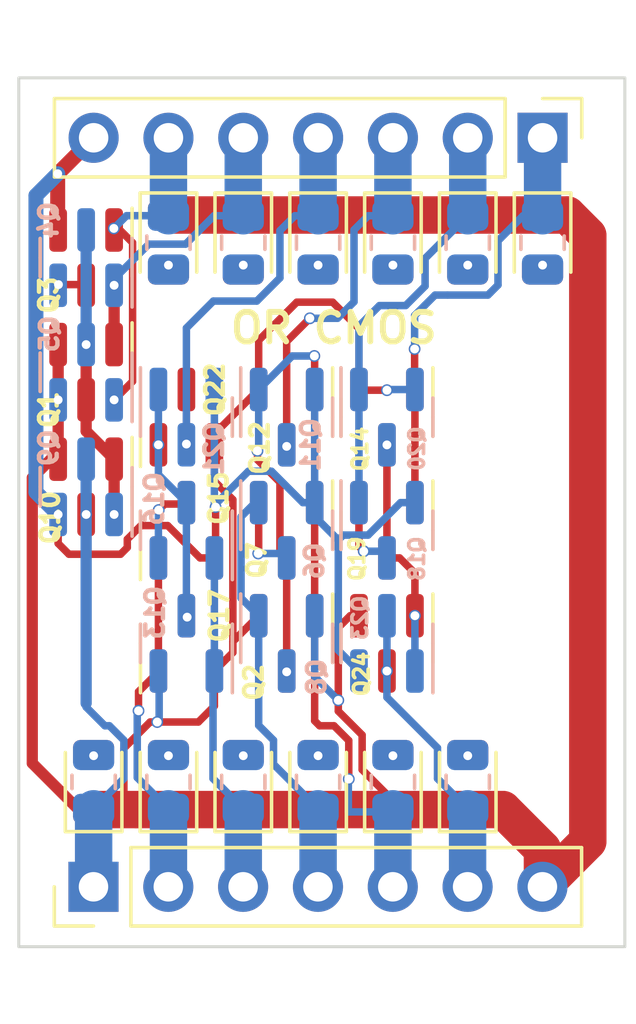
<source format=kicad_pcb>
(kicad_pcb (version 20211014) (generator pcbnew)
  (layers (0 "F.Cu" signal) (31 "B.Cu" signal) (34 "B.Paste" user) (35 "F.Paste" user) (36 "B.SilkS" user "B.Silkscreen") (37 "F.SilkS" user "F.Silkscreen") (38 "B.Mask" user) (39 "F.Mask" user) (44 "Edge.Cuts" user))
  (net 0 "")
  (net 1 "GND")
  (net 2 "Net-(D1-Pad2)")
  (net 3 "Net-(D2-Pad2)")
  (net 4 "Net-(D3-Pad2)")
  (net 5 "Net-(D4-Pad2)")
  (net 6 "Net-(D5-Pad2)")
  (net 7 "Net-(D6-Pad2)")
  (net 8 "Net-(D7-Pad2)")
  (net 9 "Net-(D8-Pad2)")
  (net 10 "Net-(D9-Pad2)")
  (net 11 "Net-(D10-Pad2)")
  (net 12 "Net-(D11-Pad2)")
  (net 13 "Net-(D12-Pad2)")
  (net 14 "B4")
  (net 15 "A4")
  (net 16 "Q3")
  (net 17 "Q2")
  (net 18 "B1")
  (net 19 "A1")
  (net 20 "+5V")
  (net 21 "Q1")
  (net 22 "A2")
  (net 23 "B2")
  (net 24 "A3")
  (net 25 "B3")
  (net 26 "Q4")
  (net 27 "Net-(Q1-Pad3)")
  (net 28 "Net-(Q11-Pad1)")
  (net 29 "Net-(Q3-Pad3)")
  (net 30 "Net-(Q6-Pad3)")
  (net 31 "Net-(Q13-Pad3)")
  (net 32 "Net-(Q14-Pad3)")
  (net 33 "Net-(Q15-Pad3)")
  (net 34 "Net-(Q18-Pad3)")
  (footprint "Package_TO_SOT_SMD:SOT-23" (layer "F.Cu") (at 88.646 118.364 -90)
    (fp_text reference "Q3" (at 1.27 1.27 90) (layer "F.SilkS") (effects (font (size 0.6 0.6))))
    (fp_text value "P-MOS" hide)
    (pad "1" smd roundrect (at -0.9375 -0.95 270) (size 1.475 0.6) (layers "F.Cu" "F.Paste" "F.Mask") (net 19 "A1"))
    (pad "2" smd roundrect (at -0.9375 0.95 270) (size 1.475 0.6) (layers "F.Cu" "F.Paste" "F.Mask") (net 20 "+5V"))
    (pad "3" smd roundrect (at 0.9375 0 270) (size 1.475 0.6) (layers "F.Cu" "F.Paste" "F.Mask") (net 29 "Net-(Q3-Pad3)"))
  )
  (footprint "Package_TO_SOT_SMD:SOT-23" (layer "F.Cu") (at 95.4532 123.7742 -90)
    (fp_text reference "Q12" (at 1.0414 0.9144 90) (layer "F.SilkS") (effects (font (size 0.6 0.6))))
    (fp_text value "N-MOS" hide)
    (pad "1" smd roundrect (at -0.9375 -0.95 270) (size 1.475 0.6) (layers "F.Cu" "F.Paste" "F.Mask") (net 28 "Net-(Q11-Pad1)"))
    (pad "2" smd roundrect (at -0.9375 0.95 270) (size 1.475 0.6) (layers "F.Cu" "F.Paste" "F.Mask") (net 1 "GND"))
    (pad "3" smd roundrect (at 0.9375 0 270) (size 1.475 0.6) (layers "F.Cu" "F.Paste" "F.Mask") (net 16 "Q3"))
  )
  (footprint "LED_SMD:LED_0805_2012Metric" (layer "F.Cu") (at 101.6 136.144 90)
    (fp_text reference "D7" hide)
    (fp_text value "LED" hide)
    (pad "1" smd roundrect (at -0.9375 0 90) (size 0.975 1.4) (layers "F.Cu" "F.Paste" "F.Mask") (net 1 "GND"))
    (pad "2" smd roundrect (at 0.9375 0 90) (size 0.975 1.4) (layers "F.Cu" "F.Paste" "F.Mask") (net 8 "Net-(D7-Pad2)"))
  )
  (footprint "Connector_PinHeader_2.54mm:PinHeader_1x07_P2.54mm_Vertical" (layer "F.Cu") (at 88.895 139.7 90)
    (fp_text reference "J2" hide)
    (fp_text value "Conn_01x07")
    (pad "1" thru_hole rect locked (at 0 0 90) (size 1.7 1.7) (drill 1) (layers *.Cu *.Mask) (net 21 "Q1"))
    (pad "2" thru_hole oval locked (at 0 2.54 90) (size 1.7 1.7) (drill 1) (layers *.Cu *.Mask) (net 22 "A2"))
    (pad "3" thru_hole oval locked (at 0 5.08 90) (size 1.7 1.7) (drill 1) (layers *.Cu *.Mask) (net 23 "B2"))
    (pad "4" thru_hole oval locked (at 0 7.62 90) (size 1.7 1.7) (drill 1) (layers *.Cu *.Mask) (net 24 "A3"))
    (pad "5" thru_hole oval locked (at 0 10.16 90) (size 1.7 1.7) (drill 1) (layers *.Cu *.Mask) (net 25 "B3"))
    (pad "6" thru_hole oval locked (at 0 12.7 90) (size 1.7 1.7) (drill 1) (layers *.Cu *.Mask) (net 26 "Q4"))
    (pad "7" thru_hole oval locked (at 0 15.24 90) (size 1.7 1.7) (drill 1) (layers *.Cu *.Mask) (net 1 "GND"))
  )
  (footprint "LED_SMD:LED_0805_2012Metric" (layer "F.Cu") (at 99.06 136.144 90)
    (fp_text reference "D8" hide)
    (fp_text value "LED" hide)
    (pad "1" smd roundrect (at -0.9375 0 90) (size 0.975 1.4) (layers "F.Cu" "F.Paste" "F.Mask") (net 1 "GND"))
    (pad "2" smd roundrect (at 0.9375 0 90) (size 0.975 1.4) (layers "F.Cu" "F.Paste" "F.Mask") (net 9 "Net-(D8-Pad2)"))
  )
  (footprint "LED_SMD:LED_0805_2012Metric" (layer "F.Cu") (at 93.98 136.144 90)
    (fp_text reference "D10" hide)
    (fp_text value "LED" hide)
    (pad "1" smd roundrect (at -0.9375 0 90) (size 0.975 1.4) (layers "F.Cu" "F.Paste" "F.Mask") (net 1 "GND"))
    (pad "2" smd roundrect (at 0.9375 0 90) (size 0.975 1.4) (layers "F.Cu" "F.Paste" "F.Mask") (net 11 "Net-(D10-Pad2)"))
  )
  (footprint "LED_SMD:LED_0805_2012Metric" (layer "F.Cu") (at 88.9 136.144 90)
    (fp_text reference "D12" hide)
    (fp_text value "LED" hide)
    (pad "1" smd roundrect (at -0.9375 0 90) (size 0.975 1.4) (layers "F.Cu" "F.Paste" "F.Mask") (net 1 "GND"))
    (pad "2" smd roundrect (at 0.9375 0 90) (size 0.975 1.4) (layers "F.Cu" "F.Paste" "F.Mask") (net 13 "Net-(D12-Pad2)"))
  )
  (footprint "LED_SMD:LED_0805_2012Metric" (layer "F.Cu") (at 104.14 117.856 -90)
    (fp_text reference "D6" hide)
    (fp_text value "LED")
    (pad "1" smd roundrect (at -0.9375 0 270) (size 0.975 1.4) (layers "F.Cu" "F.Paste" "F.Mask") (net 1 "GND"))
    (pad "2" smd roundrect (at 0.9375 0 270) (size 0.975 1.4) (layers "F.Cu" "F.Paste" "F.Mask") (net 7 "Net-(D6-Pad2)"))
  )
  (footprint "Package_TO_SOT_SMD:SOT-23" (layer "F.Cu") (at 88.646 126.1364 -90)
    (fp_text reference "Q10" (at 1.0414 1.2192 90) (layer "F.SilkS") (effects (font (size 0.6 0.6))))
    (fp_text value "N-MOS" hide)
    (pad "1" smd roundrect (at -0.9375 -0.95 270) (size 1.475 0.6) (layers "F.Cu" "F.Paste" "F.Mask") (net 27 "Net-(Q1-Pad3)"))
    (pad "2" smd roundrect (at -0.9375 0.95 270) (size 1.475 0.6) (layers "F.Cu" "F.Paste" "F.Mask") (net 1 "GND"))
    (pad "3" smd roundrect (at 0.9375 0 270) (size 1.475 0.6) (layers "F.Cu" "F.Paste" "F.Mask") (net 21 "Q1"))
  )
  (footprint "LED_SMD:LED_0805_2012Metric" (layer "F.Cu") (at 91.44 117.856 -90)
    (fp_text reference "D1" hide)
    (fp_text value "LED" hide)
    (pad "1" smd roundrect (at -0.9375 0 270) (size 0.975 1.4) (layers "F.Cu" "F.Paste" "F.Mask") (net 1 "GND"))
    (pad "2" smd roundrect (at 0.9375 0 270) (size 0.975 1.4) (layers "F.Cu" "F.Paste" "F.Mask") (net 2 "Net-(D1-Pad2)"))
  )
  (footprint "Package_TO_SOT_SMD:SOT-23" (layer "F.Cu") (at 92.0496 131.445 90)
    (fp_text reference "Q17" (at 0.9398 1.1176 90) (layer "F.SilkS") (effects (font (size 0.6 0.6))))
    (fp_text value "N-MOS" hide)
    (pad "1" smd roundrect (at -0.9375 -0.95 90) (size 1.475 0.6) (layers "F.Cu" "F.Paste" "F.Mask") (net 22 "A2"))
    (pad "2" smd roundrect (at -0.9375 0.95 90) (size 1.475 0.6) (layers "F.Cu" "F.Paste" "F.Mask") (net 1 "GND"))
    (pad "3" smd roundrect (at 0.9375 0 90) (size 1.475 0.6) (layers "F.Cu" "F.Paste" "F.Mask") (net 31 "Net-(Q13-Pad3)"))
  )
  (footprint "LED_SMD:LED_0805_2012Metric" (layer "F.Cu") (at 91.44 136.144 90)
    (fp_text reference "D11" hide)
    (fp_text value "LED" hide)
    (pad "1" smd roundrect (at -0.9375 0 90) (size 0.975 1.4) (layers "F.Cu" "F.Paste" "F.Mask") (net 1 "GND"))
    (pad "2" smd roundrect (at 0.9375 0 90) (size 0.975 1.4) (layers "F.Cu" "F.Paste" "F.Mask") (net 12 "Net-(D11-Pad2)"))
  )
  (footprint "Package_TO_SOT_SMD:SOT-23" (layer "F.Cu") (at 92.0496 123.7742 90)
    (fp_text reference "Q22" (at 0.9398 0.9652 90) (layer "F.SilkS") (effects (font (size 0.6 0.6))))
    (fp_text value "N-MOS" hide)
    (pad "1" smd roundrect (at -0.9375 -0.95 90) (size 1.475 0.6) (layers "F.Cu" "F.Paste" "F.Mask") (net 31 "Net-(Q13-Pad3)"))
    (pad "2" smd roundrect (at -0.9375 0.95 90) (size 1.475 0.6) (layers "F.Cu" "F.Paste" "F.Mask") (net 1 "GND"))
    (pad "3" smd roundrect (at 0.9375 0 90) (size 1.475 0.6) (layers "F.Cu" "F.Paste" "F.Mask") (net 17 "Q2"))
  )
  (footprint "LED_SMD:LED_0805_2012Metric" (layer "F.Cu") (at 101.6 117.856 -90)
    (fp_text reference "D5" hide)
    (fp_text value "LED")
    (pad "1" smd roundrect (at -0.9375 0 270) (size 0.975 1.4) (layers "F.Cu" "F.Paste" "F.Mask") (net 1 "GND"))
    (pad "2" smd roundrect (at 0.9375 0 270) (size 0.975 1.4) (layers "F.Cu" "F.Paste" "F.Mask") (net 6 "Net-(D5-Pad2)"))
  )
  (footprint "Package_TO_SOT_SMD:SOT-23" (layer "F.Cu") (at 88.646 122.2502 -90)
    (fp_text reference "Q1" (at 1.27 1.27 90) (layer "F.SilkS") (effects (font (size 0.6 0.6))))
    (fp_text value "N-MOS" hide)
    (pad "1" smd roundrect (at -0.9375 -0.95 270) (size 1.475 0.6) (layers "F.Cu" "F.Paste" "F.Mask") (net 18 "B1"))
    (pad "2" smd roundrect (at -0.9375 0.95 270) (size 1.475 0.6) (layers "F.Cu" "F.Paste" "F.Mask") (net 1 "GND"))
    (pad "3" smd roundrect (at 0.9375 0 270) (size 1.475 0.6) (layers "F.Cu" "F.Paste" "F.Mask") (net 27 "Net-(Q1-Pad3)"))
  )
  (footprint "Connector_PinHeader_2.54mm:PinHeader_1x07_P2.54mm_Vertical" (layer "F.Cu") (at 104.14 114.3 -90)
    (fp_text reference "J1" hide)
    (fp_text value "Conn_01x07")
    (pad "1" thru_hole rect locked (at 0 0 270) (size 1.7 1.7) (drill 1) (layers *.Cu *.Mask) (net 14 "B4"))
    (pad "2" thru_hole oval locked (at 0 2.54 270) (size 1.7 1.7) (drill 1) (layers *.Cu *.Mask) (net 15 "A4"))
    (pad "3" thru_hole oval locked (at 0 5.08 270) (size 1.7 1.7) (drill 1) (layers *.Cu *.Mask) (net 16 "Q3"))
    (pad "4" thru_hole oval locked (at 0 7.62 270) (size 1.7 1.7) (drill 1) (layers *.Cu *.Mask) (net 17 "Q2"))
    (pad "5" thru_hole oval locked (at 0 10.16 270) (size 1.7 1.7) (drill 1) (layers *.Cu *.Mask) (net 18 "B1"))
    (pad "6" thru_hole oval locked (at 0 12.7 270) (size 1.7 1.7) (drill 1) (layers *.Cu *.Mask) (net 19 "A1"))
    (pad "7" thru_hole oval locked (at 0 15.24 270) (size 1.7 1.7) (drill 1) (layers *.Cu *.Mask) (net 20 "+5V"))
  )
  (footprint "Package_TO_SOT_SMD:SOT-23" (layer "F.Cu") (at 95.4532 127.6096 -90)
    (fp_text reference "Q7" (at 1.016 1.016 90) (layer "F.SilkS") (effects (font (size 0.6 0.6))))
    (fp_text value "P-MOS" hide)
    (pad "1" smd roundrect (at -0.9375 -0.95 270) (size 1.475 0.6) (layers "F.Cu" "F.Paste" "F.Mask") (net 25 "B3"))
    (pad "2" smd roundrect (at -0.9375 0.95 270) (size 1.475 0.6) (layers "F.Cu" "F.Paste" "F.Mask") (net 30 "Net-(Q6-Pad3)"))
    (pad "3" smd roundrect (at 0.9375 0 270) (size 1.475 0.6) (layers "F.Cu" "F.Paste" "F.Mask") (net 28 "Net-(Q11-Pad1)"))
  )
  (footprint "Package_TO_SOT_SMD:SOT-23" (layer "F.Cu") (at 98.8568 127.6096 -90)
    (fp_text reference "Q19" (at 0.9652 1.016 90) (layer "F.SilkS") (effects (font (size 0.5 0.5) (thickness 0.125))))
    (fp_text value "P-MOS" hide)
    (pad "1" smd roundrect (at -0.9375 -0.95 270) (size 1.475 0.6) (layers "F.Cu" "F.Paste" "F.Mask") (net 14 "B4"))
    (pad "2" smd roundrect (at -0.9375 0.95 270) (size 1.475 0.6) (layers "F.Cu" "F.Paste" "F.Mask") (net 34 "Net-(Q18-Pad3)"))
    (pad "3" smd roundrect (at 0.9375 0 270) (size 1.475 0.6) (layers "F.Cu" "F.Paste" "F.Mask") (net 32 "Net-(Q14-Pad3)"))
  )
  (footprint "LED_SMD:LED_0805_2012Metric" (layer "F.Cu") (at 93.98 117.856 -90)
    (fp_text reference "D2" hide)
    (fp_text value "LED" hide)
    (pad "1" smd roundrect (at -0.9375 0 270) (size 0.975 1.4) (layers "F.Cu" "F.Paste" "F.Mask") (net 1 "GND"))
    (pad "2" smd roundrect (at 0.9375 0 270) (size 0.975 1.4) (layers "F.Cu" "F.Paste" "F.Mask") (net 3 "Net-(D2-Pad2)"))
  )
  (footprint "Package_TO_SOT_SMD:SOT-23" (layer "F.Cu") (at 98.8568 123.7742 -90)
    (fp_text reference "Q14" (at 1.0803 0.9126 90) (layer "F.SilkS") (effects (font (size 0.5 0.5) (thickness 0.125))))
    (fp_text value "N-MOS" hide)
    (pad "1" smd roundrect (at -0.9375 -0.95 270) (size 1.475 0.6) (layers "F.Cu" "F.Paste" "F.Mask") (net 14 "B4"))
    (pad "2" smd roundrect (at -0.9375 0.95 270) (size 1.475 0.6) (layers "F.Cu" "F.Paste" "F.Mask") (net 1 "GND"))
    (pad "3" smd roundrect (at 0.9375 0 270) (size 1.475 0.6) (layers "F.Cu" "F.Paste" "F.Mask") (net 32 "Net-(Q14-Pad3)"))
  )
  (footprint "LED_SMD:LED_0805_2012Metric" (layer "F.Cu") (at 96.52 117.856 -90)
    (fp_text reference "D3" hide)
    (fp_text value "LED" hide)
    (pad "1" smd roundrect (at -0.9375 0 270) (size 0.975 1.4) (layers "F.Cu" "F.Paste" "F.Mask") (net 1 "GND"))
    (pad "2" smd roundrect (at 0.9375 0 270) (size 0.975 1.4) (layers "F.Cu" "F.Paste" "F.Mask") (net 4 "Net-(D3-Pad2)"))
  )
  (footprint "Package_TO_SOT_SMD:SOT-23" (layer "F.Cu") (at 92.0496 127.6096 90)
    (fp_text reference "Q15" (at 1.0922 1.0922 90) (layer "F.SilkS") (effects (font (size 0.6 0.6))))
    (fp_text value "P-MOS" hide)
    (pad "1" smd roundrect (at -0.9375 -0.95 90) (size 1.475 0.6) (layers "F.Cu" "F.Paste" "F.Mask") (net 22 "A2"))
    (pad "2" smd roundrect (at -0.9375 0.95 90) (size 1.475 0.6) (layers "F.Cu" "F.Paste" "F.Mask") (net 20 "+5V"))
    (pad "3" smd roundrect (at 0.9375 0 90) (size 1.475 0.6) (layers "F.Cu" "F.Paste" "F.Mask") (net 33 "Net-(Q15-Pad3)"))
  )
  (footprint "Package_TO_SOT_SMD:SOT-23" (layer "F.Cu") (at 95.4532 131.445 -90)
    (fp_text reference "Q2" (at 1.3208 1.1176 90) (layer "F.SilkS") (effects (font (size 0.6 0.6))))
    (fp_text value "N-MOS" hide)
    (pad "1" smd roundrect (at -0.9375 -0.95 270) (size 1.475 0.6) (layers "F.Cu" "F.Paste" "F.Mask") (net 25 "B3"))
    (pad "2" smd roundrect (at -0.9375 0.95 270) (size 1.475 0.6) (layers "F.Cu" "F.Paste" "F.Mask") (net 1 "GND"))
    (pad "3" smd roundrect (at 0.9375 0 270) (size 1.475 0.6) (layers "F.Cu" "F.Paste" "F.Mask") (net 28 "Net-(Q11-Pad1)"))
  )
  (footprint "LED_SMD:LED_0805_2012Metric" (layer "F.Cu") (at 96.52 136.144 90)
    (fp_text reference "D9" hide)
    (fp_text value "LED" hide)
    (pad "1" smd roundrect (at -0.9375 0 90) (size 0.975 1.4) (layers "F.Cu" "F.Paste" "F.Mask") (net 1 "GND"))
    (pad "2" smd roundrect (at 0.9375 0 90) (size 0.975 1.4) (layers "F.Cu" "F.Paste" "F.Mask") (net 10 "Net-(D9-Pad2)"))
  )
  (footprint "LED_SMD:LED_0805_2012Metric" (layer "F.Cu") (at 99.06 117.856 -90)
    (fp_text reference "D4" hide)
    (fp_text value "LED")
    (pad "1" smd roundrect (at -0.9375 0 270) (size 0.975 1.4) (layers "F.Cu" "F.Paste" "F.Mask") (net 1 "GND"))
    (pad "2" smd roundrect (at 0.9375 0 270) (size 0.975 1.4) (layers "F.Cu" "F.Paste" "F.Mask") (net 5 "Net-(D4-Pad2)"))
  )
  (footprint "Package_TO_SOT_SMD:SOT-23" (layer "F.Cu") (at 98.8568 131.445 -90)
    (fp_text reference "Q24" (at 1.0414 0.8636 90) (layer "F.SilkS") (effects (font (size 0.5 0.5) (thickness 0.125))))
    (fp_text value "N-MOS" hide)
    (pad "1" smd roundrect (at -0.9375 -0.95 270) (size 1.475 0.6) (layers "F.Cu" "F.Paste" "F.Mask") (net 32 "Net-(Q14-Pad3)"))
    (pad "2" smd roundrect (at -0.9375 0.95 270) (size 1.475 0.6) (layers "F.Cu" "F.Paste" "F.Mask") (net 1 "GND"))
    (pad "3" smd roundrect (at 0.9375 0 270) (size 1.475 0.6) (layers "F.Cu" "F.Paste" "F.Mask") (net 26 "Q4"))
  )
  (footprint "Resistor_SMD:R_0805_2012Metric" (layer "B.Cu") (at 104.14 117.856 -90)
    (fp_text reference "R6" hide)
    (fp_text value "R" hide)
    (pad "1" smd roundrect (at -0.9125 0 270) (size 1.025 1.4) (layers "B.Cu" "B.Paste" "B.Mask") (roundrect_rratio 0.243902) (net 14 "B4"))
    (pad "2" smd roundrect (at 0.9125 0 270) (size 1.025 1.4) (layers "B.Cu" "B.Paste" "B.Mask") (roundrect_rratio 0.243902) (net 7 "Net-(D6-Pad2)"))
  )
  (footprint "Package_TO_SOT_SMD:SOT-23" (layer "B.Cu") (at 92.0496 131.445 90)
    (fp_text reference "Q13" (at 1.0414 -1.0668 90) (layer "B.SilkS") (effects (font (size 0.6 0.6)) (justify mirror)))
    (fp_text value "N-MOS" hide)
    (pad "1" smd roundrect (at -0.9375 0.95 90) (size 1.475 0.6) (layers "B.Cu" "B.Paste" "B.Mask") (net 23 "B2"))
    (pad "2" smd roundrect (at -0.9375 -0.95 90) (size 1.475 0.6) (layers "B.Cu" "B.Paste" "B.Mask") (net 1 "GND"))
    (pad "3" smd roundrect (at 0.9375 0 90) (size 1.475 0.6) (layers "B.Cu" "B.Paste" "B.Mask") (net 31 "Net-(Q13-Pad3)"))
  )
  (footprint "Resistor_SMD:R_0805_2012Metric" (layer "B.Cu") (at 91.44 136.144 90)
    (fp_text reference "R11" hide)
    (fp_text value "R" hide)
    (pad "1" smd roundrect (at -0.9125 0 90) (size 1.025 1.4) (layers "B.Cu" "B.Paste" "B.Mask") (roundrect_rratio 0.243902) (net 22 "A2"))
    (pad "2" smd roundrect (at 0.9125 0 90) (size 1.025 1.4) (layers "B.Cu" "B.Paste" "B.Mask") (roundrect_rratio 0.243902) (net 12 "Net-(D11-Pad2)"))
  )
  (footprint "Package_TO_SOT_SMD:SOT-23" (layer "B.Cu") (at 98.8568 127.6096 -90)
    (fp_text reference "Q18" (at 0.9652 -1.016 90) (layer "B.SilkS") (effects (font (size 0.5 0.5) (thickness 0.125)) (justify mirror)))
    (fp_text value "P-MOS" hide)
    (pad "1" smd roundrect (at -0.9375 0.95 270) (size 1.475 0.6) (layers "B.Cu" "B.Paste" "B.Mask") (net 15 "A4"))
    (pad "2" smd roundrect (at -0.9375 -0.95 270) (size 1.475 0.6) (layers "B.Cu" "B.Paste" "B.Mask") (net 20 "+5V"))
    (pad "3" smd roundrect (at 0.9375 0 270) (size 1.475 0.6) (layers "B.Cu" "B.Paste" "B.Mask") (net 34 "Net-(Q18-Pad3)"))
  )
  (footprint "Resistor_SMD:R_0805_2012Metric" (layer "B.Cu") (at 93.98 136.144 90)
    (fp_text reference "R10" hide)
    (fp_text value "R" hide)
    (pad "1" smd roundrect (at -0.9125 0 90) (size 1.025 1.4) (layers "B.Cu" "B.Paste" "B.Mask") (roundrect_rratio 0.243902) (net 23 "B2"))
    (pad "2" smd roundrect (at 0.9125 0 90) (size 1.025 1.4) (layers "B.Cu" "B.Paste" "B.Mask") (roundrect_rratio 0.243902) (net 11 "Net-(D10-Pad2)"))
  )
  (footprint "Package_TO_SOT_SMD:SOT-23" (layer "B.Cu") (at 92.0496 123.7719 -90)
    (fp_text reference "Q21" (at 1.0668 -0.9398 90) (layer "B.SilkS") (effects (font (size 0.6 0.6)) (justify mirror)))
    (fp_text value "P-MOS" hide)
    (pad "1" smd roundrect (at -0.9375 0.95 270) (size 1.475 0.6) (layers "B.Cu" "B.Paste" "B.Mask") (net 31 "Net-(Q13-Pad3)"))
    (pad "2" smd roundrect (at -0.9375 -0.95 270) (size 1.475 0.6) (layers "B.Cu" "B.Paste" "B.Mask") (net 20 "+5V"))
    (pad "3" smd roundrect (at 0.9375 0 270) (size 1.475 0.6) (layers "B.Cu" "B.Paste" "B.Mask") (net 17 "Q2"))
  )
  (footprint "Resistor_SMD:R_0805_2012Metric" (layer "B.Cu") (at 91.44 117.856 -90)
    (fp_text reference "R1" hide)
    (fp_text value "R" hide)
    (pad "1" smd roundrect (at -0.9125 0 270) (size 1.025 1.4) (layers "B.Cu" "B.Paste" "B.Mask") (roundrect_rratio 0.243902) (net 19 "A1"))
    (pad "2" smd roundrect (at 0.9125 0 270) (size 1.025 1.4) (layers "B.Cu" "B.Paste" "B.Mask") (roundrect_rratio 0.243902) (net 2 "Net-(D1-Pad2)"))
  )
  (footprint "Resistor_SMD:R_0805_2012Metric" (layer "B.Cu") (at 96.52 136.144 90)
    (fp_text reference "R9" hide)
    (fp_text value "R" hide)
    (pad "1" smd roundrect (at -0.9125 0 90) (size 1.025 1.4) (layers "B.Cu" "B.Paste" "B.Mask") (roundrect_rratio 0.243902) (net 24 "A3"))
    (pad "2" smd roundrect (at 0.9125 0 90) (size 1.025 1.4) (layers "B.Cu" "B.Paste" "B.Mask") (roundrect_rratio 0.243902) (net 10 "Net-(D9-Pad2)"))
  )
  (footprint "Package_TO_SOT_SMD:SOT-23" (layer "B.Cu") (at 98.8568 131.445 90)
    (fp_text reference "Q23" (at 0.8636 -0.9144 90) (layer "B.SilkS") (effects (font (size 0.5 0.5) (thickness 0.125)) (justify mirror)))
    (fp_text value "P-MOS" hide)
    (pad "1" smd roundrect (at -0.9375 0.95 90) (size 1.475 0.6) (layers "B.Cu" "B.Paste" "B.Mask") (net 32 "Net-(Q14-Pad3)"))
    (pad "2" smd roundrect (at -0.9375 -0.95 90) (size 1.475 0.6) (layers "B.Cu" "B.Paste" "B.Mask") (net 20 "+5V"))
    (pad "3" smd roundrect (at 0.9375 0 90) (size 1.475 0.6) (layers "B.Cu" "B.Paste" "B.Mask") (net 26 "Q4"))
  )
  (footprint "Resistor_SMD:R_0805_2012Metric" (layer "B.Cu") (at 96.52 117.856 -90)
    (fp_text reference "R3" hide)
    (fp_text value "R" hide)
    (pad "1" smd roundrect (at -0.9125 0 270) (size 1.025 1.4) (layers "B.Cu" "B.Paste" "B.Mask") (roundrect_rratio 0.243902) (net 17 "Q2"))
    (pad "2" smd roundrect (at 0.9125 0 270) (size 1.025 1.4) (layers "B.Cu" "B.Paste" "B.Mask") (roundrect_rratio 0.243902) (net 4 "Net-(D3-Pad2)"))
  )
  (footprint "Package_TO_SOT_SMD:SOT-23" (layer "B.Cu") (at 95.4532 123.7742 -90)
    (fp_text reference "Q11" (at 0.9398 -0.8128 90) (layer "B.SilkS") (effects (font (size 0.6 0.6)) (justify mirror)))
    (fp_text value "P-MOS" hide)
    (pad "1" smd roundrect (at -0.9375 0.95 270) (size 1.475 0.6) (layers "B.Cu" "B.Paste" "B.Mask") (net 28 "Net-(Q11-Pad1)"))
    (pad "2" smd roundrect (at -0.9375 -0.95 270) (size 1.475 0.6) (layers "B.Cu" "B.Paste" "B.Mask") (net 20 "+5V"))
    (pad "3" smd roundrect (at 0.9375 0 270) (size 1.475 0.6) (layers "B.Cu" "B.Paste" "B.Mask") (net 16 "Q3"))
  )
  (footprint "Resistor_SMD:R_0805_2012Metric" (layer "B.Cu") (at 93.98 117.856 -90)
    (fp_text reference "R2" hide)
    (fp_text value "R" hide)
    (pad "1" smd roundrect (at -0.9125 0 270) (size 1.025 1.4) (layers "B.Cu" "B.Paste" "B.Mask") (roundrect_rratio 0.243902) (net 18 "B1"))
    (pad "2" smd roundrect (at 0.9125 0 270) (size 1.025 1.4) (layers "B.Cu" "B.Paste" "B.Mask") (roundrect_rratio 0.243902) (net 3 "Net-(D2-Pad2)"))
  )
  (footprint "Package_TO_SOT_SMD:SOT-23" (layer "B.Cu") (at 92.0496 127.6096 90)
    (fp_text reference "Q16" (at 1.0668 -1.0922 90) (layer "B.SilkS") (effects (font (size 0.6 0.6)) (justify mirror)))
    (fp_text value "P-MOS" hide)
    (pad "1" smd roundrect (at -0.9375 0.95 90) (size 1.475 0.6) (layers "B.Cu" "B.Paste" "B.Mask") (net 23 "B2"))
    (pad "2" smd roundrect (at -0.9375 -0.95 90) (size 1.475 0.6) (layers "B.Cu" "B.Paste" "B.Mask") (net 33 "Net-(Q15-Pad3)"))
    (pad "3" smd roundrect (at 0.9375 0 90) (size 1.475 0.6) (layers "B.Cu" "B.Paste" "B.Mask") (net 31 "Net-(Q13-Pad3)"))
  )
  (footprint "Package_TO_SOT_SMD:SOT-23" (layer "B.Cu") (at 88.646 126.1364 90)
    (fp_text reference "Q9" (at 1.3208 -1.27 90) (layer "B.SilkS") (effects (font (size 0.6 0.6)) (justify mirror)))
    (fp_text value "P-MOS" hide)
    (pad "1" smd roundrect (at -0.9375 0.95 90) (size 1.475 0.6) (layers "B.Cu" "B.Paste" "B.Mask") (net 27 "Net-(Q1-Pad3)"))
    (pad "2" smd roundrect (at -0.9375 -0.95 90) (size 1.475 0.6) (layers "B.Cu" "B.Paste" "B.Mask") (net 20 "+5V"))
    (pad "3" smd roundrect (at 0.9375 0 90) (size 1.475 0.6) (layers "B.Cu" "B.Paste" "B.Mask") (net 21 "Q1"))
  )
  (footprint "Package_TO_SOT_SMD:SOT-23" (layer "B.Cu") (at 88.646 118.364 90)
    (fp_text reference "Q4" (at 1.27 -1.27 90) (layer "B.SilkS") (effects (font (size 0.6 0.6)) (justify mirror)))
    (fp_text value "P-MOS" hide)
    (pad "1" smd roundrect (at -0.9375 0.95 90) (size 1.475 0.6) (layers "B.Cu" "B.Paste" "B.Mask") (net 18 "B1"))
    (pad "2" smd roundrect (at -0.9375 -0.95 90) (size 1.475 0.6) (layers "B.Cu" "B.Paste" "B.Mask") (net 29 "Net-(Q3-Pad3)"))
    (pad "3" smd roundrect (at 0.9375 0 90) (size 1.475 0.6) (layers "B.Cu" "B.Paste" "B.Mask") (net 27 "Net-(Q1-Pad3)"))
  )
  (footprint "Resistor_SMD:R_0805_2012Metric" (layer "B.Cu") (at 99.06 136.144 90)
    (fp_text reference "R8" hide)
    (fp_text value "R" hide)
    (pad "1" smd roundrect (at -0.9125 0 90) (size 1.025 1.4) (layers "B.Cu" "B.Paste" "B.Mask") (roundrect_rratio 0.243902) (net 25 "B3"))
    (pad "2" smd roundrect (at 0.9125 0 90) (size 1.025 1.4) (layers "B.Cu" "B.Paste" "B.Mask") (roundrect_rratio 0.243902) (net 9 "Net-(D8-Pad2)"))
  )
  (footprint "Resistor_SMD:R_0805_2012Metric" (layer "B.Cu") (at 101.6 117.856 -90)
    (fp_text reference "R5" hide)
    (fp_text value "R" hide)
    (pad "1" smd roundrect (at -0.9125 0 270) (size 1.025 1.4) (layers "B.Cu" "B.Paste" "B.Mask") (roundrect_rratio 0.243902) (net 15 "A4"))
    (pad "2" smd roundrect (at 0.9125 0 270) (size 1.025 1.4) (layers "B.Cu" "B.Paste" "B.Mask") (roundrect_rratio 0.243902) (net 6 "Net-(D5-Pad2)"))
  )
  (footprint "Package_TO_SOT_SMD:SOT-23" (layer "B.Cu") (at 98.8568 123.7742 -90)
    (fp_text reference "Q20" (at 1.0668 -1.016 90) (layer "B.SilkS") (effects (font (size 0.5 0.5) (thickness 0.125)) (justify mirror)))
    (fp_text value "N-MOS" hide)
    (pad "1" smd roundrect (at -0.9375 0.95 270) (size 1.475 0.6) (layers "B.Cu" "B.Paste" "B.Mask") (net 15 "A4"))
    (pad "2" smd roundrect (at -0.9375 -0.95 270) (size 1.475 0.6) (layers "B.Cu" "B.Paste" "B.Mask") (net 1 "GND"))
    (pad "3" smd roundrect (at 0.9375 0 270) (size 1.475 0.6) (layers "B.Cu" "B.Paste" "B.Mask") (net 32 "Net-(Q14-Pad3)"))
  )
  (footprint "Resistor_SMD:R_0805_2012Metric" (layer "B.Cu") (at 99.06 117.856 -90)
    (fp_text reference "R4" hide)
    (fp_text value "R" hide)
    (pad "1" smd roundrect (at -0.9125 0 270) (size 1.025 1.4) (layers "B.Cu" "B.Paste" "B.Mask") (roundrect_rratio 0.243902) (net 16 "Q3"))
    (pad "2" smd roundrect (at 0.9125 0 270) (size 1.025 1.4) (layers "B.Cu" "B.Paste" "B.Mask") (roundrect_rratio 0.243902) (net 5 "Net-(D4-Pad2)"))
  )
  (footprint "Package_TO_SOT_SMD:SOT-23" (layer "B.Cu") (at 95.4532 127.6096 -90)
    (fp_text reference "Q6" (at 1.0414 -0.9398 90) (layer "B.SilkS") (effects (font (size 0.6 0.6)) (justify mirror)))
    (fp_text value "P-MOS" hide)
    (pad "1" smd roundrect (at -0.9375 0.95 270) (size 1.475 0.6) (layers "B.Cu" "B.Paste" "B.Mask") (net 24 "A3"))
    (pad "2" smd roundrect (at -0.9375 -0.95 270) (size 1.475 0.6) (layers "B.Cu" "B.Paste" "B.Mask") (net 20 "+5V"))
    (pad "3" smd roundrect (at 0.9375 0 270) (size 1.475 0.6) (layers "B.Cu" "B.Paste" "B.Mask") (net 30 "Net-(Q6-Pad3)"))
  )
  (footprint "Package_TO_SOT_SMD:SOT-23" (layer "B.Cu") (at 88.646 122.2502 90)
    (fp_text reference "Q5" (at 1.2954 -1.2446 90) (layer "B.SilkS") (effects (font (size 0.6 0.6)) (justify mirror)))
    (fp_text value "N-MOS" hide)
    (pad "1" smd roundrect (at -0.9375 0.95 90) (size 1.475 0.6) (layers "B.Cu" "B.Paste" "B.Mask") (net 19 "A1"))
    (pad "2" smd roundrect (at -0.9375 -0.95 90) (size 1.475 0.6) (layers "B.Cu" "B.Paste" "B.Mask") (net 1 "GND"))
    (pad "3" smd roundrect (at 0.9375 0 90) (size 1.475 0.6) (layers "B.Cu" "B.Paste" "B.Mask") (net 27 "Net-(Q1-Pad3)"))
  )
  (footprint "Package_TO_SOT_SMD:SOT-23" (layer "B.Cu") (at 95.4532 131.445 -90)
    (fp_text reference "Q8" (at 1.143 -1.016 90) (layer "B.SilkS") (effects (font (size 0.6 0.6)) (justify mirror)))
    (fp_text value "N-MOS" hide)
    (pad "1" smd roundrect (at -0.9375 0.95 270) (size 1.475 0.6) (layers "B.Cu" "B.Paste" "B.Mask") (net 24 "A3"))
    (pad "2" smd roundrect (at -0.9375 -0.95 270) (size 1.475 0.6) (layers "B.Cu" "B.Paste" "B.Mask") (net 1 "GND"))
    (pad "3" smd roundrect (at 0.9375 0 270) (size 1.475 0.6) (layers "B.Cu" "B.Paste" "B.Mask") (net 28 "Net-(Q11-Pad1)"))
  )
  (footprint "Resistor_SMD:R_0805_2012Metric" (layer "B.Cu") (at 101.6 136.144 90)
    (fp_text reference "R7" hide)
    (fp_text value "R" hide)
    (pad "1" smd roundrect (at -0.9125 0 90) (size 1.025 1.4) (layers "B.Cu" "B.Paste" "B.Mask") (roundrect_rratio 0.243902) (net 26 "Q4"))
    (pad "2" smd roundrect (at 0.9125 0 90) (size 1.025 1.4) (layers "B.Cu" "B.Paste" "B.Mask") (roundrect_rratio 0.243902) (net 8 "Net-(D7-Pad2)"))
  )
  (footprint "Resistor_SMD:R_0805_2012Metric" (layer "B.Cu") (at 88.9 136.144 90)
    (fp_text reference "R12" hide)
    (fp_text value "R" hide)
    (pad "1" smd roundrect (at -0.9125 0 90) (size 1.025 1.4) (layers "B.Cu" "B.Paste" "B.Mask") (roundrect_rratio 0.243902) (net 21 "Q1"))
    (pad "2" smd roundrect (at 0.9125 0 90) (size 1.025 1.4) (layers "B.Cu" "B.Paste" "B.Mask") (roundrect_rratio 0.243902) (net 13 "Net-(D12-Pad2)"))
  )
  (gr_rect (start 86.36 112.268) (end 106.934 141.732) (layer "Edge.Cuts") (width 0.1) (fill none))
  (gr_text "OR CMOS\n" (at 97.0534 120.7516) (layer "F.SilkS") (effects (font (size 1 1) (thickness 0.2))))
  (segment (start 92.9996 124.7117) (end 92.9996 125.9434) (width 0.254) (layer "F.Cu") (net 1))
  (segment (start 93.6266 126.5704) (end 93.6266 131.7555) (width 0.254) (layer "F.Cu") (net 1))
  (segment (start 92.9996 125.9434) (end 93.6266 126.5704) (width 0.254) (layer "F.Cu") (net 1))
  (segment (start 97.9299 122.8598) (end 97.9068 122.8367) (width 0.254) (layer "F.Cu") (net 1))
  (segment (start 97.6099 130.5075) (end 97.2058 130.9116) (width 0.254) (layer "F.Cu") (net 1))
  (segment (start 94.5032 122.8367) (end 94.5032 121.1682) (width 0.254) (layer "F.Cu") (net 1))
  (segment (start 104.14 116.9185) (end 104.9805 116.9185) (width 1.27) (layer "F.Cu") (net 1))
  (segment (start 92.456 134.112) (end 92.9996 133.5684) (width 0.254) (layer "F.Cu") (net 1))
  (segment (start 102.7915 137.0815) (end 104.135 138.425) (width 1.27) (layer "F.Cu") (net 1))
  (segment (start 98.0154 134.552686) (end 98.0154 135.727425) (width 0.254) (layer "F.Cu") (net 1))
  (segment (start 93.6266 131.7555) (end 93.6266 131.3841) (width 0.254) (layer "F.Cu") (net 1))
  (segment (start 88.9 137.0815) (end 90.3455 137.0815) (width 1.27) (layer "F.Cu") (net 1))
  (segment (start 92.9996 133.5684) (end 92.9996 132.3825) (width 0.254) (layer "F.Cu") (net 1))
  (segment (start 92.9996 124.3403) (end 94.5032 122.8367) (width 0.254) (layer "F.Cu") (net 1))
  (segment (start 87.696 125.1989) (end 87.4499 125.1989) (width 0.381) (layer "F.Cu") (net 1))
  (segment (start 87.4499 125.1989) (end 86.8172 125.8316) (width 0.381) (layer "F.Cu") (net 1))
  (segment (start 89.927 135.001575) (end 89.927 136.663) (width 0.254) (layer "F.Cu") (net 1))
  (segment (start 95.797 119.8744) (end 97.0144 119.8744) (width 0.254) (layer "F.Cu") (net 1))
  (segment (start 92.9996 124.7117) (end 92.9996 124.3403) (width 0.254) (layer "F.Cu") (net 1))
  (segment (start 88.3897 137.0815) (end 88.9 137.0815) (width 0.381) (layer "F.Cu") (net 1))
  (segment (start 89.927 136.663) (end 90.3455 137.0815) (width 0.254) (layer "F.Cu") (net 1))
  (segment (start 99.06 136.772025) (end 99.06 137.0815) (width 0.254) (layer "F.Cu") (net 1))
  (segment (start 97.2058 133.743085) (end 98.0154 134.552686) (width 0.254) (layer "F.Cu") (net 1))
  (segment (start 90.3455 137.0815) (end 101.6 137.0815) (width 1.27) (layer "F.Cu") (net 1))
  (segment (start 97.2058 130.9116) (end 97.2058 133.3754) (width 0.254) (layer "F.Cu") (net 1))
  (segment (start 91.44 116.9185) (end 104.14 116.9185) (width 1.27) (layer "F.Cu") (net 1))
  (segment (start 97.9068 130.5075) (end 97.6099 130.5075) (width 0.254) (layer "F.Cu") (net 1))
  (segment (start 98.8568 122.8598) (end 97.9299 122.8598) (width 0.254) (layer "F.Cu") (net 1))
  (segment (start 104.135 138.425) (end 104.135 139.7) (width 1.27) (layer "F.Cu") (net 1))
  (segment (start 101.6 137.0815) (end 102.7915 137.0815) (width 1.27) (layer "F.Cu") (net 1))
  (segment (start 97.0144 119.8744) (end 97.9068 120.7668) (width 0.254) (layer "F.Cu") (net 1))
  (segment (start 91.059 134.112) (end 92.456 134.112) (width 0.254) (layer "F.Cu") (net 1))
  (segment (start 98.0154 135.727425) (end 99.06 136.772025) (width 0.254) (layer "F.Cu") (net 1))
  (segment (start 90.816575 134.112) (end 89.927 135.001575) (width 0.254) (layer "F.Cu") (net 1))
  (segment (start 86.8172 135.509) (end 88.3897 137.0815) (width 0.381) (layer "F.Cu") (net 1))
  (segment (start 86.8172 125.8316) (end 86.8172 135.509) (width 0.381) (layer "F.Cu") (net 1))
  (segment (start 93.6266 131.3841) (end 94.5032 130.5075) (width 0.254) (layer "F.Cu") (net 1))
  (segment (start 104.9805 116.9185) (end 105.675 117.613) (width 1.27) (layer "F.Cu") (net 1))
  (segment (start 87.696 125.1989) (end 87.696 123.1877) (width 0.381) (layer "F.Cu") (net 1))
  (segment (start 91.059 134.112) (end 90.816575 134.112) (width 0.254) (layer "F.Cu") (net 1))
  (segment (start 97.9068 120.7668) (end 97.9068 122.8367) (width 0.254) (layer "F.Cu") (net 1))
  (segment (start 94.5032 121.1682) (end 95.797 119.8744) (width 0.254) (layer "F.Cu") (net 1))
  (segment (start 97.2058 133.3754) (end 97.2058 133.743085) (width 0.254) (layer "F.Cu") (net 1))
  (segment (start 105.675 138.16) (end 104.135 139.7) (width 1.27) (layer "F.Cu") (net 1))
  (segment (start 105.675 117.613) (end 105.675 138.16) (width 1.27) (layer "F.Cu") (net 1))
  (segment (start 93.6266 131.7555) (end 92.9996 132.3825) (width 0.254) (layer "F.Cu") (net 1))
  (segment (start 87.696 121.3127) (end 87.696 123.1877) (width 0.381) (layer "F.Cu") (net 1))
  (via (at 98.8568 122.8598) (size 0.4) (drill 0.3) (layers "F.Cu" "B.Cu") (net 1))
  (via (at 91.059 134.112) (size 0.4) (drill 0.3) (layers "F.Cu" "B.Cu") (net 1))
  (via (at 97.2058 133.3754) (size 0.4) (drill 0.3) (layers "F.Cu" "B.Cu") (net 1))
  (via (at 87.696 123.1877) (size 0.4) (drill 0.3) (layers "F.Cu" "B.Cu") (net 1))
  (segment (start 98.8799 122.8367) (end 98.8568 122.8598) (width 0.254) (layer "B.Cu") (net 1))
  (segment (start 96.4032 130.5075) (end 96.4032 132.5728) (width 0.254) (layer "B.Cu") (net 1))
  (segment (start 99.8068 122.8367) (end 98.8799 122.8367) (width 0.254) (layer "B.Cu") (net 1))
  (segment (start 91.125 134.046) (end 91.059 134.112) (width 0.254) (layer "B.Cu") (net 1))
  (segment (start 91.125 132.3825) (end 91.125 134.046) (width 0.254) (layer "B.Cu") (net 1))
  (segment (start 96.4032 132.5728) (end 97.2058 133.3754) (width 0.254) (layer "B.Cu") (net 1))
  (via (at 91.44 118.618) (size 0.4) (drill 0.3) (layers "F.Cu" "B.Cu") (net 2))
  (via (at 93.98 118.618) (size 0.4) (drill 0.3) (layers "F.Cu" "B.Cu") (net 3))
  (via (at 96.52 118.618) (size 0.4) (drill 0.3) (layers "F.Cu" "B.Cu") (net 4))
  (via (at 99.06 118.618) (size 0.4) (drill 0.3) (layers "F.Cu" "B.Cu") (net 5))
  (via (at 101.6 118.618) (size 0.4) (drill 0.3) (layers "F.Cu" "B.Cu") (net 6))
  (via (at 104.14 118.618) (size 0.4) (drill 0.3) (layers "F.Cu" "B.Cu") (net 7))
  (via (at 101.6 135.255) (size 0.4) (drill 0.3) (layers "F.Cu" "B.Cu") (net 8))
  (via (at 99.06 135.255) (size 0.4) (drill 0.3) (layers "F.Cu" "B.Cu") (net 9))
  (via (at 96.52 135.255) (size 0.4) (drill 0.3) (layers "F.Cu" "B.Cu") (net 10))
  (via (at 93.98 135.255) (size 0.4) (drill 0.3) (layers "F.Cu" "B.Cu") (net 11))
  (via (at 91.44 135.255) (size 0.4) (drill 0.3) (layers "F.Cu" "B.Cu") (net 12))
  (via (at 88.9 135.255) (size 0.4) (drill 0.3) (layers "F.Cu" "B.Cu") (net 13))
  (segment (start 99.7966 121.4628) (end 99.7966 122.8265) (width 0.254) (layer "F.Cu") (net 14))
  (segment (start 99.7966 122.8265) (end 99.8068 122.8367) (width 0.254) (layer "F.Cu") (net 14))
  (segment (start 99.8068 126.6721) (end 99.8068 122.8367) (width 0.254) (layer "F.Cu") (net 14))
  (via (at 99.7966 121.4628) (size 0.4) (drill 0.3) (layers "F.Cu" "B.Cu") (net 14))
  (segment (start 102.627 117.7942) (end 102.627 119.2928) (width 0.254) (layer "B.Cu") (net 14))
  (segment (start 102.2858 119.634) (end 100.9142 119.634) (width 0.254) (layer "B.Cu") (net 14))
  (segment (start 102.7176 117.7036) (end 102.627 117.7942) (width 0.254) (layer "B.Cu") (net 14))
  (segment (start 104.14 116.9435) (end 104.14 114.3) (width 1.27) (layer "B.Cu") (net 14))
  (segment (start 103.4777 116.9435) (end 102.7176 117.7036) (width 0.254) (layer "B.Cu") (net 14))
  (segment (start 104.14 116.9435) (end 103.4777 116.9435) (width 0.254) (layer "B.Cu") (net 14))
  (segment (start 100.489453 119.634) (end 100.143026 119.980426) (width 0.254) (layer "B.Cu") (net 14))
  (segment (start 99.7966 120.326852) (end 99.7966 121.4628) (width 0.254) (layer "B.Cu") (net 14))
  (segment (start 100.143026 119.980426) (end 99.7966 120.326852) (width 0.254) (layer "B.Cu") (net 14))
  (segment (start 102.627 119.2928) (end 102.362 119.5578) (width 0.254) (layer "B.Cu") (net 14))
  (segment (start 100.9142 119.634) (end 100.489453 119.634) (width 0.254) (layer "B.Cu") (net 14))
  (segment (start 102.362 119.5578) (end 102.2858 119.634) (width 0.254) (layer "B.Cu") (net 14))
  (segment (start 100.1522 118.3913) (end 100.1522 119.3292) (width 0.254) (layer "B.Cu") (net 15))
  (segment (start 98.6028 119.9896) (end 97.9068 120.6856) (width 0.254) (layer "B.Cu") (net 15))
  (segment (start 99.4918 119.9896) (end 98.6028 119.9896) (width 0.254) (layer "B.Cu") (net 15))
  (segment (start 101.6 116.9435) (end 101.6 114.3) (width 1.27) (layer "B.Cu") (net 15))
  (segment (start 101.6 116.9435) (end 100.1522 118.3913) (width 0.254) (layer "B.Cu") (net 15))
  (segment (start 100.1522 119.3292) (end 99.4918 119.9896) (width 0.254) (layer "B.Cu") (net 15))
  (segment (start 97.9068 122.8367) (end 97.9068 126.6721) (width 0.254) (layer "B.Cu") (net 15))
  (segment (start 97.9068 120.6856) (end 97.9068 122.8367) (width 0.254) (layer "B.Cu") (net 15))
  (segment (start 95.4532 124.7648) (end 95.4532 121.2088) (width 0.254) (layer "F.Cu") (net 16))
  (segment (start 95.4532 121.2088) (end 96.2406 120.4214) (width 0.254) (layer "F.Cu") (net 16))
  (via (at 95.4532 124.7648) (size 0.4) (drill 0.3) (layers "F.Cu" "B.Cu") (net 16))
  (via (at 96.2406 120.4214) (size 0.4) (drill 0.3) (layers "F.Cu" "B.Cu") (net 16))
  (segment (start 96.2406 120.4214) (end 97.1804 120.4214) (width 0.254) (layer "B.Cu") (net 16))
  (segment (start 97.7392 117.4242) (end 98.2199 116.9435) (width 0.254) (layer "B.Cu") (net 16))
  (segment (start 97.1804 120.4214) (end 97.7392 119.8626) (width 0.254) (layer "B.Cu") (net 16))
  (segment (start 99.06 116.9435) (end 99.06 114.3) (width 1.27) (layer "B.Cu") (net 16))
  (segment (start 98.2199 116.9435) (end 99.06 116.9435) (width 0.254) (layer "B.Cu") (net 16))
  (segment (start 97.7392 119.8626) (end 97.7392 117.4242) (width 0.254) (layer "B.Cu") (net 16))
  (segment (start 92.0496 122.8367) (end 92.0496 124.6863) (width 0.254) (layer "F.Cu") (net 17))
  (via (at 92.0496 124.6863) (size 0.4) (drill 0.3) (layers "F.Cu" "B.Cu") (net 17))
  (segment (start 92.0496 120.7516) (end 92.0496 124.6863) (width 0.254) (layer "B.Cu") (net 17))
  (segment (start 95.2246 119.052401) (end 94.439801 119.8372) (width 0.254) (layer "B.Cu") (net 17))
  (segment (start 94.439801 119.8372) (end 92.964 119.8372) (width 0.254) (layer "B.Cu") (net 17))
  (segment (start 95.7307 116.9435) (end 95.2246 117.4496) (width 0.254) (layer "B.Cu") (net 17))
  (segment (start 96.52 116.9435) (end 96.52 114.3) (width 1.27) (layer "B.Cu") (net 17))
  (segment (start 92.964 119.8372) (end 92.0496 120.7516) (width 0.254) (layer "B.Cu") (net 17))
  (segment (start 95.2246 117.4496) (end 95.2246 119.052401) (width 0.254) (layer "B.Cu") (net 17))
  (segment (start 96.52 116.9435) (end 95.7307 116.9435) (width 0.254) (layer "B.Cu") (net 17))
  (segment (start 89.596 121.3127) (end 89.596 119.3015) (width 0.381) (layer "F.Cu") (net 18))
  (via (at 89.596 119.3015) (size 0.4) (drill 0.3) (layers "F.Cu" "B.Cu") (net 18))
  (segment (start 90.773199 117.9068) (end 92.0242 117.9068) (width 0.254) (layer "B.Cu") (net 18))
  (segment (start 92.0242 117.9068) (end 92.9875 116.9435) (width 0.254) (layer "B.Cu") (net 18))
  (segment (start 89.596 119.083999) (end 90.773199 117.9068) (width 0.254) (layer "B.Cu") (net 18))
  (segment (start 93.98 114.3) (end 93.98 116.9435) (width 1.27) (layer "B.Cu") (net 18))
  (segment (start 92.9875 116.9435) (end 93.98 116.9435) (width 0.254) (layer "B.Cu") (net 18))
  (segment (start 89.596 119.3015) (end 89.596 119.083999) (width 0.254) (layer "B.Cu") (net 18))
  (segment (start 90.223 117.8582) (end 90.223 122.5607) (width 0.254) (layer "F.Cu") (net 19))
  (segment (start 89.7382 117.3734) (end 90.223 117.8582) (width 0.254) (layer "F.Cu") (net 19))
  (segment (start 89.5858 117.3734) (end 89.7382 117.3734) (width 0.254) (layer "F.Cu") (net 19))
  (segment (start 90.223 122.5607) (end 89.596 123.1877) (width 0.254) (layer "F.Cu") (net 19))
  (via (at 89.596 123.1877) (size 0.4) (drill 0.3) (layers "F.Cu" "B.Cu") (net 19))
  (via (at 89.5858 117.3734) (size 0.4) (drill 0.3) (layers "F.Cu" "B.Cu") (net 19))
  (segment (start 91.44 114.3) (end 91.44 116.9435) (width 1.27) (layer "B.Cu") (net 19))
  (segment (start 90.0176 116.9416) (end 91.4381 116.9416) (width 0.254) (layer "B.Cu") (net 19))
  (segment (start 89.5858 117.3734) (end 90.0176 116.9416) (width 0.254) (layer "B.Cu") (net 19))
  (segment (start 91.4381 116.9416) (end 91.44 116.9435) (width 0.254) (layer "B.Cu") (net 19))
  (segment (start 90.043 128.1938) (end 89.8144 128.4224) (width 0.254) (layer "F.Cu") (net 20))
  (segment (start 87.696 117.4265) (end 87.6808 117.4113) (width 0.508) (layer "F.Cu") (net 20))
  (segment (start 87.6808 117.4113) (end 87.6808 115.5192) (width 0.508) (layer "F.Cu") (net 20))
  (segment (start 91.41538 127.4508) (end 90.5446 127.4508) (width 0.254) (layer "F.Cu") (net 20))
  (segment (start 89.8144 128.4224) (end 88.0618 128.4224) (width 0.254) (layer "F.Cu") (net 20))
  (segment (start 93.0402 126.8222) (end 93.0402 128.5065) (width 0.254) (layer "F.Cu") (net 20))
  (segment (start 92.9996 128.5471) (end 92.51168 128.5471) (width 0.254) (layer "F.Cu") (net 20))
  (segment (start 90.5446 127.4508) (end 90.5256 127.4318) (width 0.254) (layer "F.Cu") (net 20))
  (segment (start 88.9 114.3) (end 87.6808 115.5192) (width 0.508) (layer "F.Cu") (net 20))
  (segment (start 92.51168 128.5471) (end 91.41538 127.4508) (width 0.254) (layer "F.Cu") (net 20))
  (segment (start 93.0402 128.5065) (end 92.9996 128.5471) (width 0.254) (layer "F.Cu") (net 20))
  (segment (start 87.696 128.0566) (end 87.696 127.0739) (width 0.254) (layer "F.Cu") (net 20))
  (segment (start 90.043 127.9144) (end 90.043 128.1938) (width 0.254) (layer "F.Cu") (net 20))
  (segment (start 88.0618 128.4224) (end 87.696 128.0566) (width 0.254) (layer "F.Cu") (net 20))
  (segment (start 90.5256 127.4318) (end 90.043 127.9144) (width 0.254) (layer "F.Cu") (net 20))
  (via (at 87.696 127.0739) (size 0.4) (drill 0.3) (layers "F.Cu" "B.Cu") (net 20))
  (via (at 93.0402 126.8222) (size 0.4) (drill 0.3) (layers "F.Cu" "B.Cu") (net 20))
  (via (at 87.6808 115.5192) (size 0.4) (drill 0.3) (layers "F.Cu" "B.Cu") (net 20))
  (segment (start 96.4032 126.6721) (end 96.4032 127.1372) (width 0.254) (layer "B.Cu") (net 20))
  (segment (start 98.21718 127.7738) (end 97.3718 127.7738) (width 0.254) (layer "B.Cu") (net 20))
  (segment (start 87.6808 115.5192) (end 86.942 116.258) (width 0.508) (layer "B.Cu") (net 20))
  (segment (start 96.4032 122.8367) (end 96.4032 126.6721) (width 0.254) (layer "B.Cu") (net 20))
  (segment (start 97.2058 127.9398) (end 97.2058 131.6815) (width 0.254) (layer "B.Cu") (net 20))
  (segment (start 99.8068 126.6721) (end 99.31888 126.6721) (width 0.254) (layer "B.Cu") (net 20))
  (segment (start 96.00152 126.6721) (end 96.4032 126.6721) (width 0.254) (layer "B.Cu") (net 20))
  (segment (start 92.9996 126.7816) (end 93.0402 126.8222) (width 0.254) (layer "B.Cu") (net 20))
  (segment (start 86.942 126.3199) (end 87.696 127.0739) (width 0.508) (layer "B.Cu") (net 20))
  (segment (start 97.2058 131.6815) (end 97.9068 132.3825) (width 0.254) (layer "B.Cu") (net 20))
  (segment (start 97.3718 127.7738) (end 97.2058 127.9398) (width 0.254) (layer "B.Cu") (net 20))
  (segment (start 86.942 116.258) (end 86.942 126.3199) (width 0.508) (layer "B.Cu") (net 20))
  (segment (start 94.93702 125.6076) (end 96.00152 126.6721) (width 0.254) (layer "B.Cu") (net 20))
  (segment (start 94.15562 125.6076) (end 94.93702 125.6076) (width 0.254) (layer "B.Cu") (net 20))
  (segment (start 99.31888 126.6721) (end 98.21718 127.7738) (width 0.254) (layer "B.Cu") (net 20))
  (segment (start 92.9996 122.8113) (end 92.9996 126.7816) (width 0.254) (layer "B.Cu") (net 20))
  (segment (start 93.0402 126.72302) (end 94.15562 125.6076) (width 0.254) (layer "B.Cu") (net 20))
  (segment (start 96.4032 127.1372) (end 97.2058 127.9398) (width 0.254) (layer "B.Cu") (net 20))
  (segment (start 93.0402 126.8222) (end 93.0402 126.72302) (width 0.254) (layer "B.Cu") (net 20))
  (via (at 88.646 127.0739) (size 0.4) (drill 0.3) (layers "F.Cu" "B.Cu") (net 21))
  (segment (start 88.646 125.1989) (end 88.646 127.0739) (width 0.381) (layer "B.Cu") (net 21))
  (segment (start 89.436001 134.239) (end 89.281 134.239) (width 0.254) (layer "B.Cu") (net 21))
  (segment (start 88.9 139.695) (end 88.895 139.7) (width 1.27) (layer "B.Cu") (net 21))
  (segment (start 88.9 137.0565) (end 88.9 139.695) (width 1.27) (layer "B.Cu") (net 21))
  (segment (start 89.281 134.239) (end 88.646 133.604) (width 0.254) (layer "B.Cu") (net 21))
  (segment (start 88.9 137.0565) (end 89.927 136.0295) (width 0.254) (layer "B.Cu") (net 21))
  (segment (start 88.646 127.0739) (end 88.646 133.477) (width 0.381) (layer "B.Cu") (net 21))
  (segment (start 89.927 136.0295) (end 89.927 134.729999) (width 0.254) (layer "B.Cu") (net 21))
  (segment (start 88.646 133.604) (end 88.646 133.477) (width 0.254) (layer "B.Cu") (net 21))
  (segment (start 89.927 134.729999) (end 89.436001 134.239) (width 0.254) (layer "B.Cu") (net 21))
  (segment (start 90.424 133.731) (end 90.424 133.0835) (width 0.254) (layer "F.Cu") (net 22))
  (segment (start 90.424 133.0835) (end 91.125 132.3825) (width 0.254) (layer "F.Cu") (net 22))
  (segment (start 91.0996 132.3825) (end 91.0996 128.5471) (width 0.254) (layer "F.Cu") (net 22))
  (via (at 90.424 133.731) (size 0.4) (drill 0.3) (layers "F.Cu" "B.Cu") (net 22))
  (segment (start 90.381 133.774) (end 90.381 135.9975) (width 0.254) (layer "B.Cu") (net 22))
  (segment (start 91.44 137.0565) (end 91.44 139.695) (width 1.27) (layer "B.Cu") (net 22))
  (segment (start 90.381 135.9975) (end 91.44 137.0565) (width 0.254) (layer "B.Cu") (net 22))
  (segment (start 90.424 133.731) (end 90.381 133.774) (width 0.254) (layer "B.Cu") (net 22))
  (segment (start 91.44 139.695) (end 91.435 139.7) (width 1.27) (layer "B.Cu") (net 22))
  (segment (start 93.98 137.0565) (end 93.98 139.695) (width 1.27) (layer "B.Cu") (net 23))
  (segment (start 92.953 136.0295) (end 93.98 137.0565) (width 0.254) (layer "B.Cu") (net 23))
  (segment (start 93.025 132.3825) (end 92.953 132.4545) (width 0.254) (layer "B.Cu") (net 23))
  (segment (start 92.9996 128.5471) (end 92.9996 132.3825) (width 0.254) (layer "B.Cu") (net 23))
  (segment (start 92.953 132.4545) (end 92.953 136.0295) (width 0.254) (layer "B.Cu") (net 23))
  (segment (start 93.98 139.695) (end 93.975 139.7) (width 1.27) (layer "B.Cu") (net 23))
  (segment (start 94.3841 126.6721) (end 93.9038 127.1524) (width 0.254) (layer "B.Cu") (net 24))
  (segment (start 95.007 135.5435) (end 96.52 137.0565) (width 0.254) (layer "B.Cu") (net 24))
  (segment (start 94.5032 130.5075) (end 94.5032 134.226199) (width 0.254) (layer "B.Cu") (net 24))
  (segment (start 93.9038 127.1524) (end 93.9038 129.9081) (width 0.254) (layer "B.Cu") (net 24))
  (segment (start 96.52 137.0565) (end 96.52 139.695) (width 1.27) (layer "B.Cu") (net 24))
  (segment (start 94.5032 134.226199) (end 95.007 134.729999) (width 0.254) (layer "B.Cu") (net 24))
  (segment (start 94.5032 126.6721) (end 94.3841 126.6721) (width 0.254) (layer "B.Cu") (net 24))
  (segment (start 96.52 139.695) (end 96.515 139.7) (width 1.27) (layer "B.Cu") (net 24))
  (segment (start 93.9038 129.9081) (end 94.5032 130.5075) (width 0.254) (layer "B.Cu") (net 24))
  (segment (start 95.007 134.729999) (end 95.007 135.5435) (width 0.254) (layer "B.Cu") (net 24))
  (segment (start 96.4032 134.0714) (end 96.4032 130.5075) (width 0.254) (layer "F.Cu") (net 25))
  (segment (start 97.059662 134.239) (end 96.5708 134.239) (width 0.254) (layer "F.Cu") (net 25))
  (segment (start 97.5614 134.740738) (end 97.059662 134.239) (width 0.254) (layer "F.Cu") (net 25))
  (segment (start 96.4032 126.6721) (end 96.4032 130.5075) (width 0.254) (layer "F.Cu") (net 25))
  (segment (start 97.5614 136.047) (end 97.5614 134.740738) (width 0.254) (layer "F.Cu") (net 25))
  (segment (start 96.5708 134.239) (end 96.4032 134.0714) (width 0.254) (layer "F.Cu") (net 25))
  (via (at 97.5614 136.047) (size 0.4) (drill 0.3) (layers "F.Cu" "B.Cu") (net 25))
  (segment (start 97.5614 136.047) (end 97.547 136.0614) (width 0.254) (layer "B.Cu") (net 25))
  (segment (start 99.06 137.0565) (end 99.06 139.695) (width 1.27) (layer "B.Cu") (net 25))
  (segment (start 98.9565 137.16) (end 99.06 137.0565) (width 0.254) (layer "B.Cu") (net 25))
  (segment (start 97.547 137.16) (end 98.9565 137.16) (width 0.254) (layer "B.Cu") (net 25))
  (segment (start 99.06 139.695) (end 99.055 139.7) (width 1.27) (layer "B.Cu") (net 25))
  (segment (start 97.547 136.0614) (end 97.547 137.16) (width 0.254) (layer "B.Cu") (net 25))
  (via (at 98.8568 132.3825) (size 0.4) (drill 0.3) (layers "F.Cu" "B.Cu") (net 26))
  (segment (start 98.8568 130.5075) (end 98.8568 132.3825) (width 0.254) (layer "B.Cu") (net 26))
  (segment (start 98.8568 132.3825) (end 98.8568 133.2738) (width 0.254) (layer "B.Cu") (net 26))
  (segment (start 98.8568 133.2738) (end 100.573 134.99) (width 0.254) (layer "B.Cu") (net 26))
  (segment (start 101.595 139.7) (end 101.595 137.0615) (width 1.27) (layer "B.Cu") (net 26))
  (segment (start 100.573 134.99) (end 100.573 136.0295) (width 0.254) (layer "B.Cu") (net 26))
  (segment (start 101.595 137.0615) (end 101.6 137.0565) (width 1.27) (layer "B.Cu") (net 26))
  (segment (start 100.573 136.0295) (end 101.6 137.0565) (width 0.254) (layer "B.Cu") (net 26))
  (segment (start 89.596 125.1989) (end 89.596 127.0739) (width 0.381) (layer "F.Cu") (net 27))
  (segment (start 88.646 124.2489) (end 89.596 125.1989) (width 0.381) (layer "F.Cu") (net 27))
  (segment (start 88.646 123.1877) (end 88.646 124.2489) (width 0.381) (layer "F.Cu") (net 27))
  (segment (start 88.646 123.1877) (end 88.646 121.3127) (width 0.381) (layer "F.Cu") (net 27))
  (via (at 88.646 121.3127) (size 0.4) (drill 0.3) (layers "F.Cu" "B.Cu") (net 27))
  (via (at 89.596 127.0739) (size 0.4) (drill 0.3) (layers "F.Cu" "B.Cu") (net 27))
  (segment (start 88.646 117.4265) (end 88.646 121.3127) (width 0.381) (layer "B.Cu") (net 27))
  (segment (start 96.4032 122.8367) (end 96.4032 121.7099) (width 0.254) (layer "F.Cu") (net 28))
  (segment (start 94.4626 125.21942) (end 95.2246 125.98142) (width 0.254) (layer "F.Cu") (net 28))
  (segment (start 95.4532 128.5471) (end 95.4532 132.3825) (width 0.254) (layer "F.Cu") (net 28))
  (segment (start 95.2246 128.3185) (end 95.4532 128.5471) (width 0.254) (layer "F.Cu") (net 28))
  (segment (start 96.4032 121.7099) (end 96.393 121.6997) (width 0.254) (layer "F.Cu") (net 28))
  (segment (start 94.4626 124.9172) (end 94.4626 125.21942) (width 0.254) (layer "F.Cu") (net 28))
  (segment (start 95.2246 125.98142) (end 95.2246 128.3185) (width 0.254) (layer "F.Cu") (net 28))
  (via (at 94.4626 124.9172) (size 0.4) (drill 0.3) (layers "F.Cu" "B.Cu") (net 28))
  (via (at 95.4532 132.4102) (size 0.4) (drill 0.3) (layers "F.Cu" "B.Cu") (net 28))
  (via (at 96.393 121.6997) (size 0.4) (drill 0.3) (layers "F.Cu" "B.Cu") (net 28))
  (segment (start 94.5032 124.8766) (end 94.4626 124.9172) (width 0.254) (layer "B.Cu") (net 28))
  (segment (start 94.5032 122.8367) (end 94.5032 124.8766) (width 0.254) (layer "B.Cu") (net 28))
  (segment (start 95.6402 121.6997) (end 94.5032 122.8367) (width 0.254) (layer "B.Cu") (net 28))
  (segment (start 96.393 121.6997) (end 95.6402 121.6997) (width 0.254) (layer "B.Cu") (net 28))
  (segment (start 87.7062 119.2784) (end 88.6229 119.2784) (width 0.254) (layer "F.Cu") (net 29))
  (segment (start 88.6229 119.2784) (end 88.646 119.3015) (width 0.254) (layer "F.Cu") (net 29))
  (via (at 87.7062 119.2784) (size 0.4) (drill 0.3) (layers "F.Cu" "B.Cu") (net 29))
  (segment (start 94.5032 128.3818) (end 94.488 128.397) (width 0.254) (layer "F.Cu") (net 30))
  (segment (start 94.5032 126.6721) (end 94.5032 128.3818) (width 0.254) (layer "F.Cu") (net 30))
  (via (at 94.488 128.397) (size 0.4) (drill 0.3) (layers "F.Cu" "B.Cu") (net 30))
  (segment (start 94.488 128.397) (end 95.3031 128.397) (width 0.254) (layer "B.Cu") (net 30))
  (segment (start 95.3031 128.397) (end 95.4532 128.5471) (width 0.254) (layer "B.Cu") (net 30))
  (via (at 92.075 130.556) (size 0.4) (drill 0.3) (layers "F.Cu" "B.Cu") (net 31))
  (via (at 91.0996 124.7117) (size 0.4) (drill 0.3) (layers "F.Cu" "B.Cu") (net 31))
  (segment (start 91.0996 125.7221) (end 91.0996 124.7117) (width 0.254) (layer "B.Cu") (net 31))
  (segment (start 92.0496 126.6721) (end 92.0496 130.5306) (width 0.254) (layer "B.Cu") (net 31))
  (segment (start 92.0496 130.5306) (end 92.075 130.556) (width 0.254) (layer "B.Cu") (net 31))
  (segment (start 91.0996 122.8113) (end 91.0996 124.7117) (width 0.254) (layer "B.Cu") (net 31))
  (segment (start 92.0496 126.6721) (end 91.0996 125.7221) (width 0.254) (layer "B.Cu") (net 31))
  (segment (start 99.2863 128.5471) (end 99.8068 129.0676) (width 0.254) (layer "F.Cu") (net 32))
  (segment (start 99.8068 129.0676) (end 99.8068 130.5075) (width 0.254) (layer "F.Cu") (net 32))
  (segment (start 98.8568 128.5471) (end 99.2863 128.5471) (width 0.254) (layer "F.Cu") (net 32))
  (segment (start 98.8568 128.5471) (end 98.8568 124.714) (width 0.254) (layer "F.Cu") (net 32))
  (via (at 98.8568 124.714) (size 0.4) (drill 0.3) (layers "F.Cu" "B.Cu") (net 32))
  (via (at 99.8068 130.5075) (size 0.4) (drill 0.3) (layers "F.Cu" "B.Cu") (net 32))
  (segment (start 99.8068 130.5075) (end 99.8068 132.3825) (width 0.254) (layer "B.Cu") (net 32))
  (segment (start 92.0011 126.7206) (end 92.0496 126.6721) (width 0.254) (layer "F.Cu") (net 33))
  (segment (start 91.1098 126.9238) (end 91.313 126.7206) (width 0.254) (layer "F.Cu") (net 33))
  (segment (start 91.313 126.7206) (end 92.0011 126.7206) (width 0.254) (layer "F.Cu") (net 33))
  (via (at 91.1098 126.9238) (size 0.4) (drill 0.3) (layers "F.Cu" "B.Cu") (net 33))
  (segment (start 91.0996 128.5471) (end 91.0996 126.934) (width 0.254) (layer "B.Cu") (net 33))
  (segment (start 91.0996 126.934) (end 91.1098 126.9238) (width 0.254) (layer "B.Cu") (net 33))
  (segment (start 97.9068 128.1582) (end 98.0694 128.3208) (width 0.254) (layer "F.Cu") (net 34))
  (segment (start 97.9068 126.6721) (end 97.9068 128.1582) (width 0.254) (layer "F.Cu") (net 34))
  (via (at 98.0694 128.3208) (size 0.4) (drill 0.3) (layers "F.Cu" "B.Cu") (net 34))
  (segment (start 98.6305 128.3208) (end 98.8568 128.5471) (width 0.254) (layer "B.Cu") (net 34))
  (segment (start 98.0694 128.3208) (end 98.6305 128.3208) (width 0.254) (layer "B.Cu") (net 34))
)
</source>
